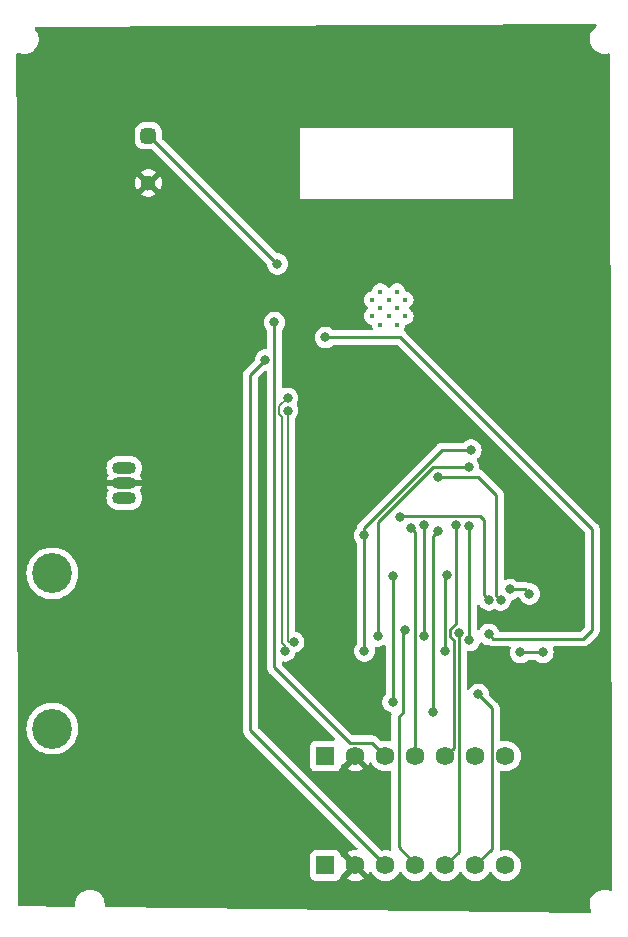
<source format=gbl>
G04 #@! TF.GenerationSoftware,KiCad,Pcbnew,7.0.10*
G04 #@! TF.CreationDate,2024-03-13T20:36:13-05:00*
G04 #@! TF.ProjectId,445_Left_Bicep,3434355f-4c65-4667-945f-42696365702e,rev?*
G04 #@! TF.SameCoordinates,Original*
G04 #@! TF.FileFunction,Copper,L2,Bot*
G04 #@! TF.FilePolarity,Positive*
%FSLAX46Y46*%
G04 Gerber Fmt 4.6, Leading zero omitted, Abs format (unit mm)*
G04 Created by KiCad (PCBNEW 7.0.10) date 2024-03-13 20:36:13*
%MOMM*%
%LPD*%
G01*
G04 APERTURE LIST*
G04 Aperture macros list*
%AMRoundRect*
0 Rectangle with rounded corners*
0 $1 Rounding radius*
0 $2 $3 $4 $5 $6 $7 $8 $9 X,Y pos of 4 corners*
0 Add a 4 corners polygon primitive as box body*
4,1,4,$2,$3,$4,$5,$6,$7,$8,$9,$2,$3,0*
0 Add four circle primitives for the rounded corners*
1,1,$1+$1,$2,$3*
1,1,$1+$1,$4,$5*
1,1,$1+$1,$6,$7*
1,1,$1+$1,$8,$9*
0 Add four rect primitives between the rounded corners*
20,1,$1+$1,$2,$3,$4,$5,0*
20,1,$1+$1,$4,$5,$6,$7,0*
20,1,$1+$1,$6,$7,$8,$9,0*
20,1,$1+$1,$8,$9,$2,$3,0*%
G04 Aperture macros list end*
G04 #@! TA.AperFunction,ComponentPad*
%ADD10C,0.400000*%
G04 #@! TD*
G04 #@! TA.AperFunction,ComponentPad*
%ADD11R,1.590000X1.590000*%
G04 #@! TD*
G04 #@! TA.AperFunction,ComponentPad*
%ADD12C,1.590000*%
G04 #@! TD*
G04 #@! TA.AperFunction,ComponentPad*
%ADD13O,2.032000X1.016000*%
G04 #@! TD*
G04 #@! TA.AperFunction,ComponentPad*
%ADD14RoundRect,0.325000X-0.325000X-0.325000X0.325000X-0.325000X0.325000X0.325000X-0.325000X0.325000X0*%
G04 #@! TD*
G04 #@! TA.AperFunction,ComponentPad*
%ADD15C,1.300000*%
G04 #@! TD*
G04 #@! TA.AperFunction,ComponentPad*
%ADD16C,3.376000*%
G04 #@! TD*
G04 #@! TA.AperFunction,ViaPad*
%ADD17C,0.800000*%
G04 #@! TD*
G04 #@! TA.AperFunction,Conductor*
%ADD18C,0.250000*%
G04 #@! TD*
G04 #@! TA.AperFunction,Conductor*
%ADD19C,0.200000*%
G04 #@! TD*
G04 APERTURE END LIST*
D10*
X135406000Y-81770000D03*
X134006000Y-81770000D03*
X136806000Y-81770000D03*
X134006000Y-83170000D03*
X135406000Y-83170000D03*
X136806000Y-83170000D03*
X134706000Y-81070000D03*
X136106000Y-81070000D03*
X134706000Y-82470000D03*
X136106000Y-82470000D03*
X134706000Y-83870000D03*
X136106000Y-83870000D03*
D11*
X130048000Y-129667000D03*
D12*
X132588000Y-129667000D03*
X135128000Y-129667000D03*
X137668000Y-129667000D03*
X140208000Y-129667000D03*
X142748000Y-129667000D03*
X145288000Y-129667000D03*
D13*
X113030000Y-96012000D03*
X113030000Y-97282000D03*
X113030000Y-98552000D03*
D11*
X130048000Y-120396000D03*
D12*
X132588000Y-120396000D03*
X135128000Y-120396000D03*
X137668000Y-120396000D03*
X140208000Y-120396000D03*
X142748000Y-120396000D03*
X145288000Y-120396000D03*
D14*
X115062000Y-67882000D03*
D15*
X115062000Y-71882000D03*
D16*
X106934000Y-104936000D03*
X106934000Y-118076000D03*
D17*
X148463000Y-111633000D03*
X146558000Y-111633000D03*
X138430000Y-100838000D03*
X138430000Y-110236000D03*
X142240000Y-100965000D03*
X142240000Y-110617000D03*
X140195305Y-111506000D03*
X140372000Y-105066000D03*
X142181153Y-95943847D03*
X134493000Y-110236000D03*
X125984000Y-78740000D03*
X125730000Y-83693000D03*
X137287000Y-101092000D03*
X141070000Y-100838000D03*
X139620000Y-101346000D03*
X139192000Y-116713000D03*
X135763000Y-115824000D03*
X135763000Y-105156000D03*
X127371232Y-110753768D03*
X126857660Y-91150000D03*
X126857660Y-90100000D03*
X126628768Y-111496232D03*
X124968000Y-86868000D03*
X136779000Y-109728000D03*
X141351000Y-109982000D03*
X143002000Y-115189000D03*
X136398000Y-100203000D03*
X143891000Y-107188000D03*
X130048000Y-84963000D03*
X143879000Y-110097000D03*
X144891003Y-107188000D03*
X139620000Y-96774000D03*
X147320000Y-106680000D03*
X145669000Y-106299000D03*
X133350000Y-111506000D03*
X133350000Y-101727000D03*
X142367000Y-94488000D03*
D18*
X112649000Y-96393000D02*
X113030000Y-96012000D01*
X146558000Y-111633000D02*
X148463000Y-111633000D01*
X132588000Y-129667000D02*
X132461000Y-129667000D01*
X138430000Y-100838000D02*
X138430000Y-110236000D01*
X142240000Y-100965000D02*
X142240000Y-110617000D01*
X140176000Y-105262000D02*
X140176000Y-111486695D01*
X140176000Y-111486695D02*
X140195305Y-111506000D01*
X140372000Y-105066000D02*
X140176000Y-105262000D01*
X134493000Y-110236000D02*
X134493000Y-100584000D01*
X139133153Y-95943847D02*
X142181153Y-95943847D01*
X134493000Y-100584000D02*
X139133153Y-95943847D01*
X115126000Y-67882000D02*
X126047500Y-78803500D01*
X115062000Y-67882000D02*
X115126000Y-67882000D01*
X126047500Y-78803500D02*
X125984000Y-78740000D01*
X132103000Y-119276000D02*
X134008000Y-119276000D01*
X125730000Y-83693000D02*
X125730000Y-112903000D01*
X125730000Y-112903000D02*
X132103000Y-119276000D01*
X134008000Y-119276000D02*
X135128000Y-120396000D01*
X137668000Y-101473000D02*
X137287000Y-101092000D01*
X137668000Y-120396000D02*
X137668000Y-101473000D01*
X140920305Y-119683695D02*
X140920305Y-110576610D01*
X140920305Y-110576610D02*
X140626000Y-110282305D01*
X141097000Y-100865000D02*
X141070000Y-100838000D01*
X141097000Y-109210695D02*
X141097000Y-100865000D01*
X140626000Y-109681695D02*
X141097000Y-109210695D01*
X140626000Y-110282305D02*
X140626000Y-109681695D01*
X140208000Y-120396000D02*
X140920305Y-119683695D01*
X139620000Y-101346000D02*
X139192000Y-101774000D01*
X139192000Y-101774000D02*
X139192000Y-116713000D01*
X135763000Y-115824000D02*
X135763000Y-105156000D01*
D19*
X126857660Y-91150000D02*
X126857660Y-110664461D01*
X126857660Y-110664461D02*
X126946967Y-110753768D01*
X126946967Y-110753768D02*
X127371232Y-110753768D01*
X126628768Y-111071967D02*
X126628768Y-111496232D01*
X126157660Y-90800000D02*
X126157660Y-91439950D01*
X126857660Y-90100000D02*
X126157660Y-90800000D01*
X126407660Y-110850859D02*
X126628768Y-111071967D01*
X126407660Y-91689950D02*
X126407660Y-110850859D01*
X126157660Y-91439950D02*
X126407660Y-91689950D01*
D18*
X135128000Y-129667000D02*
X123698000Y-118237000D01*
X123698000Y-88138000D02*
X124968000Y-86868000D01*
X123698000Y-118237000D02*
X123698000Y-88138000D01*
X137668000Y-129667000D02*
X137668000Y-129540000D01*
X136248000Y-117117000D02*
X136652000Y-116713000D01*
X136652000Y-109855000D02*
X136779000Y-109728000D01*
X136248000Y-128120000D02*
X136248000Y-117117000D01*
X136652000Y-116713000D02*
X136652000Y-109855000D01*
X137668000Y-129540000D02*
X136248000Y-128120000D01*
X141370305Y-110001305D02*
X141351000Y-109982000D01*
X140208000Y-129667000D02*
X141370305Y-128504695D01*
X141370305Y-128504695D02*
X141370305Y-110001305D01*
X144168000Y-116355000D02*
X143002000Y-115189000D01*
X144168000Y-128247000D02*
X144168000Y-116355000D01*
X142748000Y-129667000D02*
X144168000Y-128247000D01*
X136488000Y-100113000D02*
X136398000Y-100203000D01*
X143510000Y-106807000D02*
X143510000Y-100457000D01*
X143891000Y-107188000D02*
X143510000Y-106807000D01*
X143166000Y-100113000D02*
X136488000Y-100113000D01*
X143510000Y-100457000D02*
X143166000Y-100113000D01*
X152654000Y-101217604D02*
X136399396Y-84963000D01*
X152654000Y-109728000D02*
X152654000Y-101217604D01*
X151892000Y-110490000D02*
X152654000Y-109728000D01*
X136399396Y-84963000D02*
X130048000Y-84963000D01*
X144272000Y-110490000D02*
X151892000Y-110490000D01*
X143879000Y-110097000D02*
X144272000Y-110490000D01*
X144891003Y-107188000D02*
X144526000Y-106822997D01*
X144526000Y-98298000D02*
X143002000Y-96774000D01*
X144526000Y-106822997D02*
X144526000Y-98298000D01*
X143002000Y-96774000D02*
X139620000Y-96774000D01*
X145669000Y-106299000D02*
X146939000Y-106299000D01*
X146939000Y-106299000D02*
X147320000Y-106680000D01*
X139952604Y-94488000D02*
X142367000Y-94488000D01*
X133350000Y-101727000D02*
X133350000Y-111506000D01*
X133350000Y-101090604D02*
X139952604Y-94488000D01*
X133350000Y-101727000D02*
X133350000Y-101090604D01*
G04 #@! TA.AperFunction,Conductor*
G36*
X125023834Y-87799270D02*
G01*
X125079767Y-87841142D01*
X125104184Y-87906606D01*
X125104500Y-87915452D01*
X125104500Y-112820255D01*
X125102775Y-112835872D01*
X125103061Y-112835899D01*
X125102326Y-112843665D01*
X125104439Y-112910872D01*
X125104500Y-112914767D01*
X125104500Y-112942357D01*
X125105003Y-112946335D01*
X125105918Y-112957967D01*
X125107290Y-113001624D01*
X125107291Y-113001627D01*
X125112880Y-113020867D01*
X125116824Y-113039911D01*
X125119336Y-113059792D01*
X125135414Y-113100403D01*
X125139197Y-113111452D01*
X125151381Y-113153388D01*
X125161580Y-113170634D01*
X125170138Y-113188103D01*
X125177514Y-113206732D01*
X125203181Y-113242060D01*
X125209593Y-113251821D01*
X125231828Y-113289417D01*
X125231833Y-113289424D01*
X125245990Y-113303580D01*
X125258628Y-113318376D01*
X125270405Y-113334586D01*
X125270406Y-113334587D01*
X125304057Y-113362425D01*
X125312698Y-113370288D01*
X130831228Y-118888819D01*
X130864713Y-118950142D01*
X130859729Y-119019834D01*
X130817857Y-119075767D01*
X130752393Y-119100184D01*
X130743547Y-119100500D01*
X129205129Y-119100500D01*
X129205123Y-119100501D01*
X129145516Y-119106908D01*
X129010671Y-119157202D01*
X129010664Y-119157206D01*
X128895455Y-119243452D01*
X128895452Y-119243455D01*
X128809206Y-119358664D01*
X128809202Y-119358671D01*
X128758908Y-119493517D01*
X128752501Y-119553116D01*
X128752500Y-119553135D01*
X128752500Y-121238870D01*
X128752501Y-121238876D01*
X128758908Y-121298483D01*
X128809202Y-121433328D01*
X128809206Y-121433335D01*
X128895452Y-121548544D01*
X128895455Y-121548547D01*
X129010664Y-121634793D01*
X129010671Y-121634797D01*
X129145517Y-121685091D01*
X129145516Y-121685091D01*
X129152444Y-121685835D01*
X129205127Y-121691500D01*
X130890872Y-121691499D01*
X130950483Y-121685091D01*
X131085331Y-121634796D01*
X131200546Y-121548546D01*
X131286796Y-121433331D01*
X131337091Y-121298483D01*
X131343500Y-121238873D01*
X131343499Y-121238441D01*
X131343527Y-121238347D01*
X131343678Y-121235547D01*
X131344338Y-121235582D01*
X131363166Y-121171400D01*
X131415958Y-121125631D01*
X131478308Y-121114884D01*
X131512564Y-121117881D01*
X132078982Y-120551462D01*
X132083906Y-120575155D01*
X132150935Y-120704514D01*
X132250379Y-120810992D01*
X132374862Y-120886692D01*
X132434227Y-120903325D01*
X131866116Y-121471435D01*
X131866116Y-121471436D01*
X131938025Y-121521786D01*
X131938027Y-121521787D01*
X132143390Y-121617549D01*
X132143399Y-121617553D01*
X132362261Y-121676196D01*
X132362272Y-121676198D01*
X132587998Y-121695947D01*
X132588002Y-121695947D01*
X132813727Y-121676198D01*
X132813738Y-121676196D01*
X133032600Y-121617553D01*
X133032609Y-121617549D01*
X133237971Y-121521788D01*
X133309882Y-121471435D01*
X132744366Y-120905918D01*
X132865969Y-120853100D01*
X132978985Y-120761154D01*
X133063003Y-120642127D01*
X133095694Y-120550141D01*
X133663435Y-121117882D01*
X133713786Y-121045973D01*
X133745341Y-120978304D01*
X133791513Y-120925865D01*
X133858707Y-120906712D01*
X133925588Y-120926927D01*
X133970106Y-120978304D01*
X134001776Y-121046221D01*
X134001780Y-121046229D01*
X134131794Y-121231908D01*
X134131799Y-121231914D01*
X134292085Y-121392200D01*
X134292091Y-121392205D01*
X134477770Y-121522219D01*
X134477772Y-121522220D01*
X134477775Y-121522222D01*
X134548566Y-121555232D01*
X134683213Y-121618019D01*
X134683215Y-121618019D01*
X134683220Y-121618022D01*
X134902179Y-121676692D01*
X135082835Y-121692497D01*
X135127999Y-121696449D01*
X135128000Y-121696449D01*
X135128001Y-121696449D01*
X135165636Y-121693156D01*
X135353821Y-121676692D01*
X135466409Y-121646524D01*
X135536256Y-121648187D01*
X135594118Y-121687349D01*
X135621623Y-121751577D01*
X135622500Y-121766299D01*
X135622500Y-128037255D01*
X135620775Y-128052872D01*
X135621061Y-128052899D01*
X135620326Y-128060665D01*
X135622439Y-128127872D01*
X135622500Y-128131767D01*
X135622500Y-128159357D01*
X135623003Y-128163335D01*
X135623918Y-128174967D01*
X135625290Y-128218624D01*
X135625291Y-128218627D01*
X135630880Y-128237867D01*
X135634824Y-128256911D01*
X135637336Y-128276792D01*
X135638314Y-128284534D01*
X135635219Y-128284924D01*
X135633291Y-128340335D01*
X135593494Y-128397763D01*
X135528967Y-128424559D01*
X135483508Y-128421057D01*
X135353826Y-128386309D01*
X135353816Y-128386307D01*
X135128001Y-128366551D01*
X135127999Y-128366551D01*
X134902183Y-128386307D01*
X134902170Y-128386310D01*
X134837032Y-128403763D01*
X134767182Y-128402100D01*
X134717259Y-128371669D01*
X124359819Y-118014228D01*
X124326334Y-117952905D01*
X124323500Y-117926547D01*
X124323500Y-88448452D01*
X124343185Y-88381413D01*
X124359819Y-88360771D01*
X124631817Y-88088773D01*
X124892820Y-87827769D01*
X124954142Y-87794286D01*
X125023834Y-87799270D01*
G37*
G04 #@! TD.AperFunction*
G04 #@! TA.AperFunction,Conductor*
G36*
X152966400Y-58445881D02*
G01*
X153012424Y-58498450D01*
X153022722Y-58567557D01*
X152994022Y-58631260D01*
X152972781Y-58650856D01*
X152843924Y-58744476D01*
X152688366Y-58907176D01*
X152564363Y-59095033D01*
X152475899Y-59302004D01*
X152475895Y-59302017D01*
X152425810Y-59521457D01*
X152425808Y-59521468D01*
X152418217Y-59690500D01*
X152415710Y-59746330D01*
X152445925Y-59969387D01*
X152445926Y-59969390D01*
X152515483Y-60183465D01*
X152622146Y-60381678D01*
X152622148Y-60381681D01*
X152762489Y-60557663D01*
X152762491Y-60557664D01*
X152762492Y-60557666D01*
X152932004Y-60705765D01*
X153125236Y-60821215D01*
X153309342Y-60890311D01*
X153335976Y-60900307D01*
X153557450Y-60940500D01*
X153557453Y-60940500D01*
X153726148Y-60940500D01*
X153726155Y-60940500D01*
X153894188Y-60925377D01*
X154025375Y-60889171D01*
X154095235Y-60890311D01*
X154153389Y-60929039D01*
X154181373Y-60993059D01*
X154182364Y-61008493D01*
X154301559Y-131691167D01*
X154281987Y-131758239D01*
X154229261Y-131804083D01*
X154160119Y-131814143D01*
X154133989Y-131807469D01*
X154004025Y-131758692D01*
X153782550Y-131718500D01*
X153782547Y-131718500D01*
X153613845Y-131718500D01*
X153575399Y-131721960D01*
X153445813Y-131733622D01*
X153445807Y-131733623D01*
X153228839Y-131793503D01*
X153228826Y-131793508D01*
X153026033Y-131891167D01*
X153026025Y-131891171D01*
X152843927Y-132023473D01*
X152843925Y-132023474D01*
X152688366Y-132186176D01*
X152564363Y-132374033D01*
X152475899Y-132581004D01*
X152475895Y-132581017D01*
X152425810Y-132800457D01*
X152425808Y-132800468D01*
X152415786Y-133023636D01*
X152415710Y-133025330D01*
X152445925Y-133248387D01*
X152445926Y-133248390D01*
X152515484Y-133462466D01*
X152515485Y-133462469D01*
X152548961Y-133524679D01*
X152563395Y-133593042D01*
X152538577Y-133658355D01*
X152482388Y-133699883D01*
X152438201Y-133707428D01*
X111478950Y-133190266D01*
X111412165Y-133169737D01*
X111367080Y-133116359D01*
X111356641Y-133060712D01*
X111358186Y-133026311D01*
X111363290Y-132912670D01*
X111333075Y-132689613D01*
X111263517Y-132475536D01*
X111156852Y-132277319D01*
X111016508Y-132101334D01*
X110846996Y-131953235D01*
X110653764Y-131837785D01*
X110535775Y-131793503D01*
X110443023Y-131758692D01*
X110221550Y-131718500D01*
X110221547Y-131718500D01*
X110052845Y-131718500D01*
X110014399Y-131721960D01*
X109884813Y-131733622D01*
X109884807Y-131733623D01*
X109667839Y-131793503D01*
X109667826Y-131793508D01*
X109465033Y-131891167D01*
X109465025Y-131891171D01*
X109282927Y-132023473D01*
X109282925Y-132023474D01*
X109127366Y-132186176D01*
X109003363Y-132374033D01*
X108914899Y-132581004D01*
X108914895Y-132581017D01*
X108864810Y-132800457D01*
X108864808Y-132800468D01*
X108854710Y-133025330D01*
X108854740Y-133026009D01*
X108854665Y-133026311D01*
X108854460Y-133030893D01*
X108853550Y-133030852D01*
X108838075Y-133093862D01*
X108787372Y-133141934D01*
X108729298Y-133155548D01*
X104135225Y-133097543D01*
X104068440Y-133077014D01*
X104023355Y-133023636D01*
X104012791Y-132973765D01*
X104012687Y-132912673D01*
X103987368Y-118076000D01*
X104740386Y-118076000D01*
X104760816Y-118374697D01*
X104760817Y-118374699D01*
X104821727Y-118667818D01*
X104821732Y-118667835D01*
X104898035Y-118882530D01*
X104921992Y-118949938D01*
X105059734Y-119215767D01*
X105232389Y-119460363D01*
X105436742Y-119679172D01*
X105668986Y-119868117D01*
X105668988Y-119868118D01*
X105668989Y-119868119D01*
X105924796Y-120023678D01*
X106071697Y-120087486D01*
X106199403Y-120142957D01*
X106487696Y-120223733D01*
X106748460Y-120259573D01*
X106784301Y-120264500D01*
X106784302Y-120264500D01*
X107083699Y-120264500D01*
X107115675Y-120260104D01*
X107380304Y-120223733D01*
X107668597Y-120142957D01*
X107899676Y-120042584D01*
X107943203Y-120023678D01*
X107943205Y-120023677D01*
X108199014Y-119868117D01*
X108431258Y-119679172D01*
X108635611Y-119460363D01*
X108808266Y-119215767D01*
X108946008Y-118949938D01*
X109046269Y-118667830D01*
X109046270Y-118667823D01*
X109046272Y-118667818D01*
X109076552Y-118522103D01*
X109107183Y-118374697D01*
X109127614Y-118076000D01*
X109107183Y-117777303D01*
X109064966Y-117574144D01*
X109046272Y-117484181D01*
X109046267Y-117484164D01*
X108977335Y-117290208D01*
X108946008Y-117202062D01*
X108808266Y-116936233D01*
X108635611Y-116691637D01*
X108431258Y-116472828D01*
X108431251Y-116472823D01*
X108431250Y-116472821D01*
X108199010Y-116283880D01*
X107943203Y-116128321D01*
X107668600Y-116009044D01*
X107668598Y-116009043D01*
X107668597Y-116009043D01*
X107540497Y-115973151D01*
X107380309Y-115928268D01*
X107380305Y-115928267D01*
X107380304Y-115928267D01*
X107232001Y-115907883D01*
X107083699Y-115887500D01*
X107083698Y-115887500D01*
X106784302Y-115887500D01*
X106784301Y-115887500D01*
X106487696Y-115928267D01*
X106487690Y-115928268D01*
X106199399Y-116009044D01*
X105924796Y-116128321D01*
X105668989Y-116283880D01*
X105436749Y-116472821D01*
X105436743Y-116472826D01*
X105436742Y-116472828D01*
X105232389Y-116691637D01*
X105209192Y-116724500D01*
X105059734Y-116936232D01*
X104921991Y-117202063D01*
X104821732Y-117484164D01*
X104821727Y-117484181D01*
X104760817Y-117777300D01*
X104760816Y-117777302D01*
X104740386Y-118076000D01*
X103987368Y-118076000D01*
X103964945Y-104936000D01*
X104740386Y-104936000D01*
X104760816Y-105234697D01*
X104760817Y-105234699D01*
X104821727Y-105527818D01*
X104821732Y-105527835D01*
X104921991Y-105809936D01*
X104921992Y-105809938D01*
X105059734Y-106075767D01*
X105232389Y-106320363D01*
X105436742Y-106539172D01*
X105668986Y-106728117D01*
X105668988Y-106728118D01*
X105668989Y-106728119D01*
X105924796Y-106883678D01*
X106048106Y-106937239D01*
X106199403Y-107002957D01*
X106487696Y-107083733D01*
X106748460Y-107119573D01*
X106784301Y-107124500D01*
X106784302Y-107124500D01*
X107083699Y-107124500D01*
X107115675Y-107120104D01*
X107380304Y-107083733D01*
X107668597Y-107002957D01*
X107943205Y-106883677D01*
X108199014Y-106728117D01*
X108431258Y-106539172D01*
X108635611Y-106320363D01*
X108808266Y-106075767D01*
X108946008Y-105809938D01*
X109046269Y-105527830D01*
X109046270Y-105527823D01*
X109046272Y-105527818D01*
X109082653Y-105352742D01*
X109107183Y-105234697D01*
X109127614Y-104936000D01*
X109107183Y-104637303D01*
X109075142Y-104483112D01*
X109046272Y-104344181D01*
X109046267Y-104344164D01*
X108996757Y-104204856D01*
X108946008Y-104062062D01*
X108808266Y-103796233D01*
X108635611Y-103551637D01*
X108431258Y-103332828D01*
X108431251Y-103332823D01*
X108431250Y-103332821D01*
X108199010Y-103143880D01*
X107943203Y-102988321D01*
X107668600Y-102869044D01*
X107668598Y-102869043D01*
X107668597Y-102869043D01*
X107586575Y-102846061D01*
X107380309Y-102788268D01*
X107380305Y-102788267D01*
X107380304Y-102788267D01*
X107232001Y-102767883D01*
X107083699Y-102747500D01*
X107083698Y-102747500D01*
X106784302Y-102747500D01*
X106784301Y-102747500D01*
X106487696Y-102788267D01*
X106487690Y-102788268D01*
X106199399Y-102869044D01*
X105924796Y-102988321D01*
X105668989Y-103143880D01*
X105436749Y-103332821D01*
X105232390Y-103551636D01*
X105059734Y-103796232D01*
X104921991Y-104062063D01*
X104821732Y-104344164D01*
X104821727Y-104344181D01*
X104760817Y-104637300D01*
X104760816Y-104637302D01*
X104740386Y-104936000D01*
X103964945Y-104936000D01*
X103954051Y-98552000D01*
X111508620Y-98552000D01*
X111528091Y-98749699D01*
X111585760Y-98939808D01*
X111679401Y-99114998D01*
X111679405Y-99115005D01*
X111805431Y-99268568D01*
X111958994Y-99394594D01*
X111959001Y-99394598D01*
X112134191Y-99488239D01*
X112134193Y-99488239D01*
X112134196Y-99488241D01*
X112324299Y-99545908D01*
X112324298Y-99545908D01*
X112361337Y-99549556D01*
X112472453Y-99560500D01*
X112472456Y-99560500D01*
X113587544Y-99560500D01*
X113587547Y-99560500D01*
X113735701Y-99545908D01*
X113925804Y-99488241D01*
X113927191Y-99487500D01*
X114055628Y-99418849D01*
X114101004Y-99394595D01*
X114254568Y-99268568D01*
X114380595Y-99115004D01*
X114474241Y-98939804D01*
X114531908Y-98749701D01*
X114551380Y-98552000D01*
X114531908Y-98354299D01*
X114474241Y-98164196D01*
X114474239Y-98164193D01*
X114474239Y-98164191D01*
X114380594Y-97988993D01*
X114378217Y-97985436D01*
X114357339Y-97918759D01*
X114375824Y-97851379D01*
X114378224Y-97847644D01*
X114380182Y-97844713D01*
X114473774Y-97669615D01*
X114515519Y-97532000D01*
X113379607Y-97532000D01*
X113439238Y-97414969D01*
X113460298Y-97282000D01*
X113439238Y-97149031D01*
X113379607Y-97032000D01*
X114515519Y-97032000D01*
X114515519Y-97031999D01*
X114473774Y-96894384D01*
X114380180Y-96719283D01*
X114378220Y-96716349D01*
X114377664Y-96714576D01*
X114377305Y-96713903D01*
X114377432Y-96713834D01*
X114357339Y-96649672D01*
X114375820Y-96582291D01*
X114378224Y-96578552D01*
X114380589Y-96575010D01*
X114380595Y-96575004D01*
X114474241Y-96399804D01*
X114531908Y-96209701D01*
X114551380Y-96012000D01*
X114531908Y-95814299D01*
X114474241Y-95624196D01*
X114474239Y-95624193D01*
X114474239Y-95624191D01*
X114380598Y-95449001D01*
X114380594Y-95448994D01*
X114254568Y-95295431D01*
X114101005Y-95169405D01*
X114100998Y-95169401D01*
X113925808Y-95075760D01*
X113830752Y-95046925D01*
X113735701Y-95018092D01*
X113735699Y-95018091D01*
X113735701Y-95018091D01*
X113621336Y-95006827D01*
X113587547Y-95003500D01*
X112472453Y-95003500D01*
X112435883Y-95007101D01*
X112324300Y-95018091D01*
X112134191Y-95075760D01*
X111959001Y-95169401D01*
X111958994Y-95169405D01*
X111805431Y-95295431D01*
X111679405Y-95448994D01*
X111679401Y-95449001D01*
X111585760Y-95624191D01*
X111528091Y-95814300D01*
X111508620Y-96012000D01*
X111528091Y-96209699D01*
X111585760Y-96399808D01*
X111679400Y-96574995D01*
X111679405Y-96575004D01*
X111679410Y-96575010D01*
X111681780Y-96578557D01*
X111702661Y-96645233D01*
X111684180Y-96712615D01*
X111681784Y-96716343D01*
X111679820Y-96719281D01*
X111586225Y-96894384D01*
X111544480Y-97031999D01*
X111544481Y-97032000D01*
X112680393Y-97032000D01*
X112620762Y-97149031D01*
X112599702Y-97282000D01*
X112620762Y-97414969D01*
X112680393Y-97532000D01*
X111544480Y-97532000D01*
X111586225Y-97669615D01*
X111679820Y-97844718D01*
X111681781Y-97847653D01*
X111682335Y-97849425D01*
X111682695Y-97850097D01*
X111682567Y-97850165D01*
X111702660Y-97914330D01*
X111684177Y-97981711D01*
X111681788Y-97985428D01*
X111679405Y-97988994D01*
X111585760Y-98164191D01*
X111528091Y-98354300D01*
X111508620Y-98552000D01*
X103954051Y-98552000D01*
X103936246Y-88118195D01*
X123067840Y-88118195D01*
X123071950Y-88161674D01*
X123072500Y-88173343D01*
X123072500Y-118154255D01*
X123070775Y-118169872D01*
X123071061Y-118169899D01*
X123070326Y-118177665D01*
X123072439Y-118244872D01*
X123072500Y-118248767D01*
X123072500Y-118276357D01*
X123073003Y-118280335D01*
X123073918Y-118291967D01*
X123075290Y-118335624D01*
X123075291Y-118335627D01*
X123080880Y-118354867D01*
X123084824Y-118373911D01*
X123087336Y-118393792D01*
X123103414Y-118434403D01*
X123107197Y-118445452D01*
X123119381Y-118487388D01*
X123129580Y-118504634D01*
X123138138Y-118522103D01*
X123145514Y-118540732D01*
X123171181Y-118576060D01*
X123177593Y-118585821D01*
X123199828Y-118623417D01*
X123199833Y-118623424D01*
X123213990Y-118637580D01*
X123226628Y-118652376D01*
X123238405Y-118668586D01*
X123238406Y-118668587D01*
X123272057Y-118696425D01*
X123280698Y-118704288D01*
X132736640Y-128160231D01*
X132770125Y-128221554D01*
X132765141Y-128291246D01*
X132723269Y-128347179D01*
X132657805Y-128371596D01*
X132638153Y-128371440D01*
X132588004Y-128367053D01*
X132587998Y-128367053D01*
X132362272Y-128386801D01*
X132362261Y-128386803D01*
X132143399Y-128445446D01*
X132143390Y-128445450D01*
X131938027Y-128541212D01*
X131938025Y-128541213D01*
X131866117Y-128591563D01*
X131866117Y-128591564D01*
X132431633Y-129157080D01*
X132310031Y-129209900D01*
X132197015Y-129301846D01*
X132112997Y-129420873D01*
X132080305Y-129512858D01*
X131512563Y-128945116D01*
X131478305Y-128948114D01*
X131409805Y-128934347D01*
X131359623Y-128885731D01*
X131344242Y-128827405D01*
X131343900Y-128827423D01*
X131343854Y-128827429D01*
X131343853Y-128827426D01*
X131343676Y-128827436D01*
X131343529Y-128824702D01*
X131343499Y-128824586D01*
X131343499Y-128824129D01*
X131343498Y-128824123D01*
X131343497Y-128824116D01*
X131337091Y-128764517D01*
X131302136Y-128670799D01*
X131286797Y-128629671D01*
X131286793Y-128629664D01*
X131200547Y-128514455D01*
X131200544Y-128514452D01*
X131085335Y-128428206D01*
X131085328Y-128428202D01*
X130950482Y-128377908D01*
X130950483Y-128377908D01*
X130890883Y-128371501D01*
X130890881Y-128371500D01*
X130890873Y-128371500D01*
X130890864Y-128371500D01*
X129205129Y-128371500D01*
X129205123Y-128371501D01*
X129145516Y-128377908D01*
X129010671Y-128428202D01*
X129010664Y-128428206D01*
X128895455Y-128514452D01*
X128895452Y-128514455D01*
X128809206Y-128629664D01*
X128809202Y-128629671D01*
X128758908Y-128764517D01*
X128752501Y-128824116D01*
X128752501Y-128824123D01*
X128752500Y-128824135D01*
X128752500Y-130509870D01*
X128752501Y-130509876D01*
X128758908Y-130569483D01*
X128809202Y-130704328D01*
X128809206Y-130704335D01*
X128895452Y-130819544D01*
X128895455Y-130819547D01*
X129010664Y-130905793D01*
X129010671Y-130905797D01*
X129145517Y-130956091D01*
X129145516Y-130956091D01*
X129152444Y-130956835D01*
X129205127Y-130962500D01*
X130890872Y-130962499D01*
X130950483Y-130956091D01*
X131085331Y-130905796D01*
X131200546Y-130819546D01*
X131286796Y-130704331D01*
X131337091Y-130569483D01*
X131343500Y-130509873D01*
X131343499Y-130509441D01*
X131343527Y-130509347D01*
X131343678Y-130506547D01*
X131344338Y-130506582D01*
X131363166Y-130442400D01*
X131415958Y-130396631D01*
X131478308Y-130385884D01*
X131512564Y-130388881D01*
X132078982Y-129822463D01*
X132083906Y-129846155D01*
X132150935Y-129975514D01*
X132250379Y-130081992D01*
X132374862Y-130157692D01*
X132434227Y-130174325D01*
X131866116Y-130742435D01*
X131866116Y-130742436D01*
X131938025Y-130792786D01*
X131938027Y-130792787D01*
X132143390Y-130888549D01*
X132143399Y-130888553D01*
X132362261Y-130947196D01*
X132362272Y-130947198D01*
X132587998Y-130966947D01*
X132588002Y-130966947D01*
X132813727Y-130947198D01*
X132813738Y-130947196D01*
X133032600Y-130888553D01*
X133032609Y-130888549D01*
X133237971Y-130792788D01*
X133309882Y-130742435D01*
X132744366Y-130176918D01*
X132865969Y-130124100D01*
X132978985Y-130032154D01*
X133063003Y-129913127D01*
X133095694Y-129821141D01*
X133663435Y-130388882D01*
X133713786Y-130316973D01*
X133745341Y-130249304D01*
X133791513Y-130196865D01*
X133858707Y-130177712D01*
X133925588Y-130197927D01*
X133970106Y-130249304D01*
X134001776Y-130317221D01*
X134001780Y-130317229D01*
X134131794Y-130502908D01*
X134131799Y-130502914D01*
X134292085Y-130663200D01*
X134292091Y-130663205D01*
X134477770Y-130793219D01*
X134477772Y-130793220D01*
X134477775Y-130793222D01*
X134601375Y-130850857D01*
X134683213Y-130889019D01*
X134683215Y-130889019D01*
X134683220Y-130889022D01*
X134902179Y-130947692D01*
X135082835Y-130963497D01*
X135127999Y-130967449D01*
X135128000Y-130967449D01*
X135128001Y-130967449D01*
X135165636Y-130964156D01*
X135353821Y-130947692D01*
X135572780Y-130889022D01*
X135778225Y-130793222D01*
X135963913Y-130663202D01*
X136124202Y-130502913D01*
X136254222Y-130317225D01*
X136285618Y-130249896D01*
X136331790Y-130197456D01*
X136398983Y-130178304D01*
X136465865Y-130198520D01*
X136510382Y-130249896D01*
X136541776Y-130317221D01*
X136541780Y-130317229D01*
X136671794Y-130502908D01*
X136671799Y-130502914D01*
X136832085Y-130663200D01*
X136832091Y-130663205D01*
X137017770Y-130793219D01*
X137017772Y-130793220D01*
X137017775Y-130793222D01*
X137141375Y-130850857D01*
X137223213Y-130889019D01*
X137223215Y-130889019D01*
X137223220Y-130889022D01*
X137442179Y-130947692D01*
X137622835Y-130963497D01*
X137667999Y-130967449D01*
X137668000Y-130967449D01*
X137668001Y-130967449D01*
X137705636Y-130964156D01*
X137893821Y-130947692D01*
X138112780Y-130889022D01*
X138318225Y-130793222D01*
X138503913Y-130663202D01*
X138664202Y-130502913D01*
X138794222Y-130317225D01*
X138825618Y-130249896D01*
X138871790Y-130197456D01*
X138938983Y-130178304D01*
X139005865Y-130198520D01*
X139050382Y-130249896D01*
X139081776Y-130317221D01*
X139081780Y-130317229D01*
X139211794Y-130502908D01*
X139211799Y-130502914D01*
X139372085Y-130663200D01*
X139372091Y-130663205D01*
X139557770Y-130793219D01*
X139557772Y-130793220D01*
X139557775Y-130793222D01*
X139681375Y-130850857D01*
X139763213Y-130889019D01*
X139763215Y-130889019D01*
X139763220Y-130889022D01*
X139982179Y-130947692D01*
X140162835Y-130963497D01*
X140207999Y-130967449D01*
X140208000Y-130967449D01*
X140208001Y-130967449D01*
X140245636Y-130964156D01*
X140433821Y-130947692D01*
X140652780Y-130889022D01*
X140858225Y-130793222D01*
X141043913Y-130663202D01*
X141204202Y-130502913D01*
X141334222Y-130317225D01*
X141365618Y-130249896D01*
X141411790Y-130197456D01*
X141478983Y-130178304D01*
X141545865Y-130198520D01*
X141590382Y-130249896D01*
X141621776Y-130317221D01*
X141621780Y-130317229D01*
X141751794Y-130502908D01*
X141751799Y-130502914D01*
X141912085Y-130663200D01*
X141912091Y-130663205D01*
X142097770Y-130793219D01*
X142097772Y-130793220D01*
X142097775Y-130793222D01*
X142221375Y-130850857D01*
X142303213Y-130889019D01*
X142303215Y-130889019D01*
X142303220Y-130889022D01*
X142522179Y-130947692D01*
X142702835Y-130963497D01*
X142747999Y-130967449D01*
X142748000Y-130967449D01*
X142748001Y-130967449D01*
X142785636Y-130964156D01*
X142973821Y-130947692D01*
X143192780Y-130889022D01*
X143398225Y-130793222D01*
X143583913Y-130663202D01*
X143744202Y-130502913D01*
X143874222Y-130317225D01*
X143905618Y-130249896D01*
X143951790Y-130197456D01*
X144018983Y-130178304D01*
X144085865Y-130198520D01*
X144130382Y-130249896D01*
X144161776Y-130317221D01*
X144161780Y-130317229D01*
X144291794Y-130502908D01*
X144291799Y-130502914D01*
X144452085Y-130663200D01*
X144452091Y-130663205D01*
X144637770Y-130793219D01*
X144637772Y-130793220D01*
X144637775Y-130793222D01*
X144761375Y-130850857D01*
X144843213Y-130889019D01*
X144843215Y-130889019D01*
X144843220Y-130889022D01*
X145062179Y-130947692D01*
X145242835Y-130963497D01*
X145287999Y-130967449D01*
X145288000Y-130967449D01*
X145288001Y-130967449D01*
X145325636Y-130964156D01*
X145513821Y-130947692D01*
X145732780Y-130889022D01*
X145938225Y-130793222D01*
X146123913Y-130663202D01*
X146284202Y-130502913D01*
X146414222Y-130317225D01*
X146510022Y-130111780D01*
X146568692Y-129892821D01*
X146588449Y-129667000D01*
X146568692Y-129441179D01*
X146510022Y-129222220D01*
X146414222Y-129016776D01*
X146284202Y-128831087D01*
X146123913Y-128670798D01*
X146123909Y-128670795D01*
X146123908Y-128670794D01*
X145938229Y-128540780D01*
X145938221Y-128540776D01*
X145732786Y-128444980D01*
X145732772Y-128444975D01*
X145513826Y-128386309D01*
X145513816Y-128386307D01*
X145288001Y-128366551D01*
X145287999Y-128366551D01*
X145062183Y-128386307D01*
X145062170Y-128386310D01*
X144951127Y-128416063D01*
X144881278Y-128414400D01*
X144823415Y-128375237D01*
X144795912Y-128311008D01*
X144796562Y-128276887D01*
X144798160Y-128266804D01*
X144794050Y-128223324D01*
X144793500Y-128211655D01*
X144793500Y-121766299D01*
X144813185Y-121699260D01*
X144865989Y-121653505D01*
X144935147Y-121643561D01*
X144949579Y-121646521D01*
X145062179Y-121676692D01*
X145242835Y-121692497D01*
X145287999Y-121696449D01*
X145288000Y-121696449D01*
X145288001Y-121696449D01*
X145325636Y-121693156D01*
X145513821Y-121676692D01*
X145732780Y-121618022D01*
X145938225Y-121522222D01*
X146123913Y-121392202D01*
X146284202Y-121231913D01*
X146414222Y-121046225D01*
X146510022Y-120840780D01*
X146568692Y-120621821D01*
X146588449Y-120396000D01*
X146568692Y-120170179D01*
X146510022Y-119951220D01*
X146414222Y-119745776D01*
X146284202Y-119560087D01*
X146123913Y-119399798D01*
X146123909Y-119399795D01*
X146123908Y-119399794D01*
X145938229Y-119269780D01*
X145938221Y-119269776D01*
X145732786Y-119173980D01*
X145732772Y-119173975D01*
X145513826Y-119115309D01*
X145513816Y-119115307D01*
X145288001Y-119095551D01*
X145287999Y-119095551D01*
X145062183Y-119115307D01*
X145062173Y-119115309D01*
X144949593Y-119145475D01*
X144879743Y-119143812D01*
X144821881Y-119104649D01*
X144794377Y-119040421D01*
X144793500Y-119025700D01*
X144793500Y-116437742D01*
X144795224Y-116422122D01*
X144794939Y-116422096D01*
X144795671Y-116414340D01*
X144795673Y-116414333D01*
X144793561Y-116347126D01*
X144793500Y-116343231D01*
X144793500Y-116315654D01*
X144793500Y-116315650D01*
X144792996Y-116311665D01*
X144792080Y-116300021D01*
X144791573Y-116283880D01*
X144790709Y-116256373D01*
X144785122Y-116237144D01*
X144781174Y-116218084D01*
X144778663Y-116198204D01*
X144762588Y-116157604D01*
X144758804Y-116146552D01*
X144746618Y-116104609D01*
X144746616Y-116104606D01*
X144736423Y-116087371D01*
X144727861Y-116069894D01*
X144720487Y-116051269D01*
X144694816Y-116015937D01*
X144688405Y-116006177D01*
X144668873Y-115973151D01*
X144666172Y-115968583D01*
X144666165Y-115968574D01*
X144652006Y-115954415D01*
X144639368Y-115939619D01*
X144631121Y-115928268D01*
X144627594Y-115923413D01*
X144593940Y-115895572D01*
X144585299Y-115887709D01*
X143940960Y-115243369D01*
X143907475Y-115182046D01*
X143905323Y-115168668D01*
X143887674Y-115000744D01*
X143829179Y-114820716D01*
X143734533Y-114656784D01*
X143607871Y-114516112D01*
X143607870Y-114516111D01*
X143454734Y-114404851D01*
X143454729Y-114404848D01*
X143281807Y-114327857D01*
X143281802Y-114327855D01*
X143136001Y-114296865D01*
X143096646Y-114288500D01*
X142907354Y-114288500D01*
X142874897Y-114295398D01*
X142722197Y-114327855D01*
X142722192Y-114327857D01*
X142549270Y-114404848D01*
X142549265Y-114404851D01*
X142396129Y-114516111D01*
X142269465Y-114656785D01*
X142227192Y-114730006D01*
X142176625Y-114778222D01*
X142108018Y-114791445D01*
X142043153Y-114765477D01*
X142002625Y-114708563D01*
X141995805Y-114668006D01*
X141995805Y-111638839D01*
X142015490Y-111571800D01*
X142068294Y-111526045D01*
X142137452Y-111516101D01*
X142145250Y-111517489D01*
X142145353Y-111517500D01*
X142145354Y-111517500D01*
X142334644Y-111517500D01*
X142334646Y-111517500D01*
X142519803Y-111478144D01*
X142692730Y-111401151D01*
X142845871Y-111289888D01*
X142972533Y-111149216D01*
X143067179Y-110985284D01*
X143110392Y-110852287D01*
X143149829Y-110794613D01*
X143214188Y-110767414D01*
X143283034Y-110779328D01*
X143301199Y-110790281D01*
X143390155Y-110854912D01*
X143426270Y-110881151D01*
X143599192Y-110958142D01*
X143599197Y-110958144D01*
X143784354Y-110997500D01*
X143863265Y-110997500D01*
X143930304Y-111017185D01*
X143939260Y-111023516D01*
X143951064Y-111032673D01*
X143980803Y-111045542D01*
X143991152Y-111050021D01*
X144001641Y-111055160D01*
X144013212Y-111061521D01*
X144039908Y-111076197D01*
X144052523Y-111079435D01*
X144059305Y-111081177D01*
X144077719Y-111087481D01*
X144096104Y-111095438D01*
X144139261Y-111102273D01*
X144150656Y-111104632D01*
X144192981Y-111115500D01*
X144213016Y-111115500D01*
X144232413Y-111117026D01*
X144252196Y-111120160D01*
X144295675Y-111116050D01*
X144307344Y-111115500D01*
X145608633Y-111115500D01*
X145675672Y-111135185D01*
X145721427Y-111187989D01*
X145731371Y-111257147D01*
X145726564Y-111277816D01*
X145672326Y-111444744D01*
X145652540Y-111633000D01*
X145672326Y-111821256D01*
X145672327Y-111821259D01*
X145730818Y-112001277D01*
X145730821Y-112001284D01*
X145825467Y-112165216D01*
X145929164Y-112280383D01*
X145952129Y-112305888D01*
X146105265Y-112417148D01*
X146105270Y-112417151D01*
X146278192Y-112494142D01*
X146278197Y-112494144D01*
X146463354Y-112533500D01*
X146463355Y-112533500D01*
X146652644Y-112533500D01*
X146652646Y-112533500D01*
X146837803Y-112494144D01*
X147010730Y-112417151D01*
X147163871Y-112305888D01*
X147166788Y-112302647D01*
X147169600Y-112299526D01*
X147229087Y-112262879D01*
X147261748Y-112258500D01*
X147759252Y-112258500D01*
X147826291Y-112278185D01*
X147851400Y-112299526D01*
X147857126Y-112305885D01*
X147857130Y-112305889D01*
X148010265Y-112417148D01*
X148010270Y-112417151D01*
X148183192Y-112494142D01*
X148183197Y-112494144D01*
X148368354Y-112533500D01*
X148368355Y-112533500D01*
X148557644Y-112533500D01*
X148557646Y-112533500D01*
X148742803Y-112494144D01*
X148915730Y-112417151D01*
X149068871Y-112305888D01*
X149195533Y-112165216D01*
X149290179Y-112001284D01*
X149348674Y-111821256D01*
X149368460Y-111633000D01*
X149348674Y-111444744D01*
X149294435Y-111277817D01*
X149292441Y-111207977D01*
X149328521Y-111148144D01*
X149391222Y-111117316D01*
X149412367Y-111115500D01*
X151809257Y-111115500D01*
X151824877Y-111117224D01*
X151824904Y-111116939D01*
X151832660Y-111117671D01*
X151832667Y-111117673D01*
X151899873Y-111115561D01*
X151903768Y-111115500D01*
X151931346Y-111115500D01*
X151931350Y-111115500D01*
X151935324Y-111114997D01*
X151946963Y-111114080D01*
X151990627Y-111112709D01*
X152009869Y-111107117D01*
X152028912Y-111103174D01*
X152048792Y-111100664D01*
X152089401Y-111084585D01*
X152100444Y-111080803D01*
X152142390Y-111068618D01*
X152159629Y-111058422D01*
X152177103Y-111049862D01*
X152195727Y-111042488D01*
X152195727Y-111042487D01*
X152195732Y-111042486D01*
X152231083Y-111016800D01*
X152240814Y-111010408D01*
X152278420Y-110988170D01*
X152292589Y-110973999D01*
X152307379Y-110961368D01*
X152323587Y-110949594D01*
X152351438Y-110915926D01*
X152359279Y-110907309D01*
X153037786Y-110228802D01*
X153050048Y-110218980D01*
X153049865Y-110218759D01*
X153055868Y-110213791D01*
X153055877Y-110213786D01*
X153101934Y-110164739D01*
X153104582Y-110162006D01*
X153124120Y-110142470D01*
X153126570Y-110139310D01*
X153134154Y-110130429D01*
X153164062Y-110098582D01*
X153173714Y-110081023D01*
X153184389Y-110064772D01*
X153196674Y-110048936D01*
X153214030Y-110008825D01*
X153219161Y-109998354D01*
X153240194Y-109960098D01*
X153240194Y-109960097D01*
X153240197Y-109960092D01*
X153245180Y-109940680D01*
X153251477Y-109922291D01*
X153259438Y-109903895D01*
X153266270Y-109860748D01*
X153268639Y-109849316D01*
X153279499Y-109807022D01*
X153279500Y-109807017D01*
X153279500Y-109786983D01*
X153281027Y-109767582D01*
X153284160Y-109747804D01*
X153280050Y-109704324D01*
X153279500Y-109692655D01*
X153279500Y-101300341D01*
X153281224Y-101284727D01*
X153280938Y-101284700D01*
X153281672Y-101276937D01*
X153279561Y-101209747D01*
X153279500Y-101205853D01*
X153279500Y-101178255D01*
X153279500Y-101178254D01*
X153278997Y-101174274D01*
X153278080Y-101162625D01*
X153276709Y-101118978D01*
X153276709Y-101118976D01*
X153271120Y-101099741D01*
X153267174Y-101080688D01*
X153265925Y-101070800D01*
X153264664Y-101060812D01*
X153248578Y-101020185D01*
X153244803Y-101009158D01*
X153232617Y-100967214D01*
X153230493Y-100963622D01*
X153222421Y-100949973D01*
X153213860Y-100932497D01*
X153206486Y-100913873D01*
X153206485Y-100913871D01*
X153187226Y-100887363D01*
X153180809Y-100878530D01*
X153174412Y-100868794D01*
X153152170Y-100831183D01*
X153152167Y-100831180D01*
X153152165Y-100831177D01*
X153138005Y-100817017D01*
X153125370Y-100802224D01*
X153113593Y-100786016D01*
X153079945Y-100758180D01*
X153071304Y-100750317D01*
X136900199Y-84579212D01*
X136890376Y-84566950D01*
X136890155Y-84567134D01*
X136885182Y-84561122D01*
X136836172Y-84515099D01*
X136833373Y-84512386D01*
X136813873Y-84492885D01*
X136813867Y-84492880D01*
X136810682Y-84490409D01*
X136801830Y-84482848D01*
X136769978Y-84452938D01*
X136769976Y-84452936D01*
X136769973Y-84452935D01*
X136752425Y-84443288D01*
X136736159Y-84432604D01*
X136719860Y-84419961D01*
X136678953Y-84363318D01*
X136675164Y-84293551D01*
X136693809Y-84251545D01*
X136730818Y-84197930D01*
X136791140Y-84038872D01*
X136798815Y-83975657D01*
X136826436Y-83911481D01*
X136884370Y-83872424D01*
X136892211Y-83870215D01*
X137056225Y-83829790D01*
X137206849Y-83750736D01*
X137206850Y-83750734D01*
X137206852Y-83750734D01*
X137334183Y-83637929D01*
X137430818Y-83497930D01*
X137491140Y-83338872D01*
X137511645Y-83170000D01*
X137491140Y-83001128D01*
X137430818Y-82842070D01*
X137423768Y-82831857D01*
X137396476Y-82792318D01*
X137334183Y-82702071D01*
X137206852Y-82589266D01*
X137188809Y-82579796D01*
X137138597Y-82531212D01*
X137122622Y-82463194D01*
X137145957Y-82397336D01*
X137188809Y-82360203D01*
X137206852Y-82350734D01*
X137334183Y-82237929D01*
X137430818Y-82097930D01*
X137491140Y-81938872D01*
X137511645Y-81770000D01*
X137491140Y-81601128D01*
X137430818Y-81442070D01*
X137334183Y-81302071D01*
X137206852Y-81189266D01*
X137206849Y-81189263D01*
X137056226Y-81110210D01*
X136956715Y-81085683D01*
X136892235Y-81069790D01*
X136831856Y-81034635D01*
X136800067Y-80972416D01*
X136798816Y-80964349D01*
X136791140Y-80901128D01*
X136730818Y-80742070D01*
X136634183Y-80602071D01*
X136506852Y-80489266D01*
X136506849Y-80489263D01*
X136356226Y-80410210D01*
X136191056Y-80369500D01*
X136020944Y-80369500D01*
X135855773Y-80410210D01*
X135705150Y-80489263D01*
X135577818Y-80602070D01*
X135577817Y-80602071D01*
X135508048Y-80703146D01*
X135453767Y-80747136D01*
X135384318Y-80754795D01*
X135321753Y-80723691D01*
X135303952Y-80703148D01*
X135234183Y-80602071D01*
X135106852Y-80489266D01*
X135106849Y-80489263D01*
X134956226Y-80410210D01*
X134791056Y-80369500D01*
X134620944Y-80369500D01*
X134455773Y-80410210D01*
X134305150Y-80489263D01*
X134177816Y-80602072D01*
X134081182Y-80742068D01*
X134020860Y-80901125D01*
X134020859Y-80901130D01*
X134013184Y-80964342D01*
X133985562Y-81028519D01*
X133927627Y-81067575D01*
X133919763Y-81069791D01*
X133755773Y-81110210D01*
X133605150Y-81189263D01*
X133477816Y-81302072D01*
X133381182Y-81442068D01*
X133320860Y-81601125D01*
X133320859Y-81601130D01*
X133300355Y-81770000D01*
X133320859Y-81938869D01*
X133320860Y-81938874D01*
X133381182Y-82097931D01*
X133443475Y-82188177D01*
X133477817Y-82237929D01*
X133605148Y-82350734D01*
X133618194Y-82357581D01*
X133623191Y-82360204D01*
X133673403Y-82408789D01*
X133689377Y-82476808D01*
X133666041Y-82542666D01*
X133623191Y-82579796D01*
X133605149Y-82589265D01*
X133477816Y-82702072D01*
X133381182Y-82842068D01*
X133320860Y-83001125D01*
X133320859Y-83001130D01*
X133300355Y-83170000D01*
X133320859Y-83338869D01*
X133320860Y-83338874D01*
X133381182Y-83497931D01*
X133385885Y-83504744D01*
X133477817Y-83637929D01*
X133539980Y-83693000D01*
X133605150Y-83750736D01*
X133755774Y-83829790D01*
X133755773Y-83829790D01*
X133825478Y-83846970D01*
X133919763Y-83870209D01*
X133980143Y-83905364D01*
X134011932Y-83967583D01*
X134013184Y-83975658D01*
X134020859Y-84038868D01*
X134020861Y-84038877D01*
X134070411Y-84169530D01*
X134075778Y-84239193D01*
X134042630Y-84300699D01*
X133981492Y-84334520D01*
X133954469Y-84337500D01*
X130751748Y-84337500D01*
X130684709Y-84317815D01*
X130659600Y-84296474D01*
X130653873Y-84290114D01*
X130653869Y-84290110D01*
X130500734Y-84178851D01*
X130500729Y-84178848D01*
X130327807Y-84101857D01*
X130327802Y-84101855D01*
X130182001Y-84070865D01*
X130142646Y-84062500D01*
X129953354Y-84062500D01*
X129920897Y-84069398D01*
X129768197Y-84101855D01*
X129768192Y-84101857D01*
X129595270Y-84178848D01*
X129595265Y-84178851D01*
X129442129Y-84290111D01*
X129315466Y-84430785D01*
X129220821Y-84594715D01*
X129220818Y-84594722D01*
X129162327Y-84774740D01*
X129162326Y-84774744D01*
X129142540Y-84963000D01*
X129162326Y-85151256D01*
X129162327Y-85151259D01*
X129220818Y-85331277D01*
X129220821Y-85331284D01*
X129315467Y-85495216D01*
X129417185Y-85608185D01*
X129442129Y-85635888D01*
X129595265Y-85747148D01*
X129595270Y-85747151D01*
X129768192Y-85824142D01*
X129768197Y-85824144D01*
X129953354Y-85863500D01*
X129953355Y-85863500D01*
X130142644Y-85863500D01*
X130142646Y-85863500D01*
X130327803Y-85824144D01*
X130500730Y-85747151D01*
X130653871Y-85635888D01*
X130656788Y-85632647D01*
X130659600Y-85629526D01*
X130719087Y-85592879D01*
X130751748Y-85588500D01*
X136088944Y-85588500D01*
X136155983Y-85608185D01*
X136176625Y-85624819D01*
X151992181Y-101440375D01*
X152025666Y-101501698D01*
X152028500Y-101528056D01*
X152028500Y-109417547D01*
X152008815Y-109484586D01*
X151992181Y-109505228D01*
X151669228Y-109828181D01*
X151607905Y-109861666D01*
X151581547Y-109864500D01*
X144840389Y-109864500D01*
X144773350Y-109844815D01*
X144727595Y-109792011D01*
X144722458Y-109778817D01*
X144706182Y-109728724D01*
X144706180Y-109728720D01*
X144706179Y-109728716D01*
X144611533Y-109564784D01*
X144484871Y-109424112D01*
X144475835Y-109417547D01*
X144331734Y-109312851D01*
X144331729Y-109312848D01*
X144158807Y-109235857D01*
X144158802Y-109235855D01*
X144013001Y-109204865D01*
X143973646Y-109196500D01*
X143784354Y-109196500D01*
X143751897Y-109203398D01*
X143599197Y-109235855D01*
X143599192Y-109235857D01*
X143426270Y-109312848D01*
X143426265Y-109312851D01*
X143273129Y-109424111D01*
X143146466Y-109564785D01*
X143096887Y-109650659D01*
X143046320Y-109698874D01*
X142977713Y-109712098D01*
X142912849Y-109686130D01*
X142872320Y-109629216D01*
X142865500Y-109588659D01*
X142865500Y-107675555D01*
X142885185Y-107608516D01*
X142937989Y-107562761D01*
X143007147Y-107552817D01*
X143070703Y-107581842D01*
X143096884Y-107613551D01*
X143132682Y-107675555D01*
X143158467Y-107720216D01*
X143285129Y-107860888D01*
X143438265Y-107972148D01*
X143438270Y-107972151D01*
X143611192Y-108049142D01*
X143611197Y-108049144D01*
X143796354Y-108088500D01*
X143796355Y-108088500D01*
X143985644Y-108088500D01*
X143985646Y-108088500D01*
X144170803Y-108049144D01*
X144340565Y-107973559D01*
X144409815Y-107964275D01*
X144441437Y-107973560D01*
X144611195Y-108049142D01*
X144611200Y-108049144D01*
X144796357Y-108088500D01*
X144796358Y-108088500D01*
X144985647Y-108088500D01*
X144985649Y-108088500D01*
X145170806Y-108049144D01*
X145343733Y-107972151D01*
X145496874Y-107860888D01*
X145623536Y-107720216D01*
X145718182Y-107556284D01*
X145776677Y-107376256D01*
X145786559Y-107282224D01*
X145813143Y-107217611D01*
X145870439Y-107177626D01*
X145884080Y-107173900D01*
X145948803Y-107160144D01*
X145948807Y-107160142D01*
X145948808Y-107160142D01*
X146028860Y-107124500D01*
X146121730Y-107083151D01*
X146274871Y-106971888D01*
X146274874Y-106971883D01*
X146279701Y-106967539D01*
X146281012Y-106968996D01*
X146332543Y-106937239D01*
X146402401Y-106938559D01*
X146460454Y-106977437D01*
X146483155Y-107018536D01*
X146492819Y-107048280D01*
X146492821Y-107048284D01*
X146587467Y-107212216D01*
X146714129Y-107352888D01*
X146867265Y-107464148D01*
X146867270Y-107464151D01*
X147040192Y-107541142D01*
X147040197Y-107541144D01*
X147225354Y-107580500D01*
X147225355Y-107580500D01*
X147414644Y-107580500D01*
X147414646Y-107580500D01*
X147599803Y-107541144D01*
X147772730Y-107464151D01*
X147925871Y-107352888D01*
X148052533Y-107212216D01*
X148147179Y-107048284D01*
X148205674Y-106868256D01*
X148225460Y-106680000D01*
X148205674Y-106491744D01*
X148147179Y-106311716D01*
X148052533Y-106147784D01*
X147925871Y-106007112D01*
X147925870Y-106007111D01*
X147772734Y-105895851D01*
X147772729Y-105895848D01*
X147599807Y-105818857D01*
X147599802Y-105818855D01*
X147445160Y-105785986D01*
X147414646Y-105779500D01*
X147414645Y-105779500D01*
X147332265Y-105779500D01*
X147266681Y-105760242D01*
X147266649Y-105760297D01*
X147266433Y-105760169D01*
X147265226Y-105759815D01*
X147262113Y-105757614D01*
X147259933Y-105756325D01*
X147219849Y-105738978D01*
X147209363Y-105733841D01*
X147171094Y-105712803D01*
X147171092Y-105712802D01*
X147151693Y-105707822D01*
X147133281Y-105701518D01*
X147114898Y-105693562D01*
X147114892Y-105693560D01*
X147071760Y-105686729D01*
X147060322Y-105684361D01*
X147018020Y-105673500D01*
X147018019Y-105673500D01*
X146997984Y-105673500D01*
X146978586Y-105671973D01*
X146971162Y-105670797D01*
X146958805Y-105668840D01*
X146958804Y-105668840D01*
X146915325Y-105672950D01*
X146903656Y-105673500D01*
X146372748Y-105673500D01*
X146305709Y-105653815D01*
X146280600Y-105632474D01*
X146274873Y-105626114D01*
X146274869Y-105626110D01*
X146121734Y-105514851D01*
X146121729Y-105514848D01*
X145948807Y-105437857D01*
X145948802Y-105437855D01*
X145803001Y-105406865D01*
X145763646Y-105398500D01*
X145574354Y-105398500D01*
X145541897Y-105405398D01*
X145389197Y-105437855D01*
X145325935Y-105466022D01*
X145256685Y-105475306D01*
X145193409Y-105445678D01*
X145156196Y-105386543D01*
X145151500Y-105352742D01*
X145151500Y-98380737D01*
X145153224Y-98365123D01*
X145152938Y-98365096D01*
X145153672Y-98357333D01*
X145151561Y-98290143D01*
X145151500Y-98286249D01*
X145151500Y-98258651D01*
X145151500Y-98258650D01*
X145150997Y-98254670D01*
X145150080Y-98243021D01*
X145148709Y-98199374D01*
X145148709Y-98199372D01*
X145143120Y-98180137D01*
X145139174Y-98161084D01*
X145136664Y-98141208D01*
X145120578Y-98100581D01*
X145116803Y-98089554D01*
X145104617Y-98047610D01*
X145094421Y-98030369D01*
X145085860Y-98012893D01*
X145078486Y-97994269D01*
X145078485Y-97994267D01*
X145052809Y-97958926D01*
X145046412Y-97949190D01*
X145024170Y-97911579D01*
X145024167Y-97911576D01*
X145024165Y-97911573D01*
X145010005Y-97897413D01*
X144997370Y-97882620D01*
X144985593Y-97866412D01*
X144951945Y-97838576D01*
X144943304Y-97830713D01*
X143502803Y-96390212D01*
X143492980Y-96377950D01*
X143492759Y-96378134D01*
X143487786Y-96372122D01*
X143438776Y-96326099D01*
X143435977Y-96323386D01*
X143416477Y-96303885D01*
X143416471Y-96303880D01*
X143413286Y-96301409D01*
X143404434Y-96293848D01*
X143372582Y-96263938D01*
X143372580Y-96263936D01*
X143372577Y-96263935D01*
X143355029Y-96254288D01*
X143338763Y-96243604D01*
X143322932Y-96231324D01*
X143282849Y-96213978D01*
X143272363Y-96208841D01*
X143234094Y-96187803D01*
X143234092Y-96187802D01*
X143214693Y-96182822D01*
X143196281Y-96176518D01*
X143177898Y-96168562D01*
X143170404Y-96166385D01*
X143171012Y-96164289D01*
X143117954Y-96139130D01*
X143081029Y-96079815D01*
X143077175Y-96033640D01*
X143086613Y-95943847D01*
X143066827Y-95755591D01*
X143008332Y-95575563D01*
X142913686Y-95411631D01*
X142892757Y-95388387D01*
X142862527Y-95325396D01*
X142871152Y-95256060D01*
X142912019Y-95205098D01*
X142972871Y-95160888D01*
X143099533Y-95020216D01*
X143194179Y-94856284D01*
X143252674Y-94676256D01*
X143272460Y-94488000D01*
X143252674Y-94299744D01*
X143194179Y-94119716D01*
X143099533Y-93955784D01*
X142972871Y-93815112D01*
X142972870Y-93815111D01*
X142819734Y-93703851D01*
X142819729Y-93703848D01*
X142646807Y-93626857D01*
X142646802Y-93626855D01*
X142501001Y-93595865D01*
X142461646Y-93587500D01*
X142272354Y-93587500D01*
X142239897Y-93594398D01*
X142087197Y-93626855D01*
X142087192Y-93626857D01*
X141914270Y-93703848D01*
X141914265Y-93703851D01*
X141761130Y-93815110D01*
X141761126Y-93815114D01*
X141755400Y-93821474D01*
X141695913Y-93858121D01*
X141663252Y-93862500D01*
X140035342Y-93862500D01*
X140019725Y-93860776D01*
X140019698Y-93861062D01*
X140011936Y-93860327D01*
X139944749Y-93862439D01*
X139940855Y-93862500D01*
X139913254Y-93862500D01*
X139909566Y-93862965D01*
X139909253Y-93863005D01*
X139897635Y-93863918D01*
X139853977Y-93865290D01*
X139853976Y-93865290D01*
X139834733Y-93870881D01*
X139815683Y-93874825D01*
X139795815Y-93877334D01*
X139795814Y-93877335D01*
X139755204Y-93893413D01*
X139744157Y-93897195D01*
X139702214Y-93909381D01*
X139702213Y-93909382D01*
X139684971Y-93919579D01*
X139667503Y-93928137D01*
X139648873Y-93935513D01*
X139648870Y-93935515D01*
X139613543Y-93961181D01*
X139603784Y-93967592D01*
X139566183Y-93989830D01*
X139552012Y-94004000D01*
X139537227Y-94016628D01*
X139521016Y-94028407D01*
X139493175Y-94062059D01*
X139485315Y-94070696D01*
X132966208Y-100589803D01*
X132953951Y-100599624D01*
X132954134Y-100599845D01*
X132948122Y-100604818D01*
X132902098Y-100653827D01*
X132899391Y-100656620D01*
X132879889Y-100676121D01*
X132879875Y-100676138D01*
X132877407Y-100679319D01*
X132869843Y-100688174D01*
X132839937Y-100720022D01*
X132839936Y-100720024D01*
X132830284Y-100737580D01*
X132819610Y-100753830D01*
X132807329Y-100769665D01*
X132807324Y-100769672D01*
X132789975Y-100809762D01*
X132784838Y-100820248D01*
X132763803Y-100858510D01*
X132758822Y-100877911D01*
X132752521Y-100896314D01*
X132744562Y-100914706D01*
X132744561Y-100914709D01*
X132737728Y-100957847D01*
X132735360Y-100969278D01*
X132724501Y-101011575D01*
X132724500Y-101011586D01*
X132724500Y-101028312D01*
X132704815Y-101095351D01*
X132692650Y-101111284D01*
X132617466Y-101194784D01*
X132522821Y-101358715D01*
X132522818Y-101358722D01*
X132464327Y-101538740D01*
X132464326Y-101538744D01*
X132444540Y-101727000D01*
X132464326Y-101915256D01*
X132464327Y-101915259D01*
X132522818Y-102095277D01*
X132522821Y-102095284D01*
X132617467Y-102259216D01*
X132660772Y-102307310D01*
X132692650Y-102342715D01*
X132722880Y-102405706D01*
X132724500Y-102425687D01*
X132724500Y-110807312D01*
X132704815Y-110874351D01*
X132692650Y-110890284D01*
X132617466Y-110973784D01*
X132522821Y-111137715D01*
X132522818Y-111137722D01*
X132473377Y-111289888D01*
X132464326Y-111317744D01*
X132444540Y-111506000D01*
X132464326Y-111694256D01*
X132464327Y-111694259D01*
X132522818Y-111874277D01*
X132522821Y-111874284D01*
X132617467Y-112038216D01*
X132731817Y-112165214D01*
X132744129Y-112178888D01*
X132897265Y-112290148D01*
X132897270Y-112290151D01*
X133070192Y-112367142D01*
X133070197Y-112367144D01*
X133255354Y-112406500D01*
X133255355Y-112406500D01*
X133444644Y-112406500D01*
X133444646Y-112406500D01*
X133629803Y-112367144D01*
X133802730Y-112290151D01*
X133955871Y-112178888D01*
X134082533Y-112038216D01*
X134177179Y-111874284D01*
X134235674Y-111694256D01*
X134255460Y-111506000D01*
X134235674Y-111317744D01*
X134226715Y-111290171D01*
X134224720Y-111220330D01*
X134260800Y-111160497D01*
X134323501Y-111129669D01*
X134370421Y-111130562D01*
X134398354Y-111136500D01*
X134398358Y-111136500D01*
X134587644Y-111136500D01*
X134587646Y-111136500D01*
X134772803Y-111097144D01*
X134945730Y-111020151D01*
X134945733Y-111020148D01*
X134951363Y-111016899D01*
X134952904Y-111019569D01*
X135005948Y-111000415D01*
X135074062Y-111015980D01*
X135122948Y-111065900D01*
X135137500Y-111124185D01*
X135137500Y-115125312D01*
X135117815Y-115192351D01*
X135105650Y-115208284D01*
X135030466Y-115291784D01*
X134935821Y-115455715D01*
X134935818Y-115455722D01*
X134902819Y-115557284D01*
X134877326Y-115635744D01*
X134857540Y-115824000D01*
X134877326Y-116012256D01*
X134877327Y-116012259D01*
X134935818Y-116192277D01*
X134935821Y-116192284D01*
X135030467Y-116356216D01*
X135135459Y-116472821D01*
X135157129Y-116496888D01*
X135310265Y-116608148D01*
X135310270Y-116608151D01*
X135483192Y-116685142D01*
X135483193Y-116685142D01*
X135483197Y-116685144D01*
X135578128Y-116705322D01*
X135639610Y-116738514D01*
X135673387Y-116799677D01*
X135668735Y-116869391D01*
X135662703Y-116882633D01*
X135661804Y-116884903D01*
X135656822Y-116904307D01*
X135650521Y-116922710D01*
X135642562Y-116941102D01*
X135642561Y-116941105D01*
X135635728Y-116984243D01*
X135633360Y-116995674D01*
X135622501Y-117037971D01*
X135622500Y-117037982D01*
X135622500Y-117058016D01*
X135620973Y-117077415D01*
X135617840Y-117097194D01*
X135617840Y-117097195D01*
X135621950Y-117140674D01*
X135622500Y-117152343D01*
X135622500Y-119025700D01*
X135602815Y-119092739D01*
X135550011Y-119138494D01*
X135480853Y-119148438D01*
X135466407Y-119145475D01*
X135353826Y-119115309D01*
X135353816Y-119115307D01*
X135128001Y-119095551D01*
X135127999Y-119095551D01*
X134902183Y-119115307D01*
X134902173Y-119115309D01*
X134837034Y-119132763D01*
X134767184Y-119131100D01*
X134717260Y-119100669D01*
X134508803Y-118892212D01*
X134498980Y-118879950D01*
X134498759Y-118880134D01*
X134493786Y-118874122D01*
X134444776Y-118828099D01*
X134441977Y-118825386D01*
X134422477Y-118805885D01*
X134422471Y-118805880D01*
X134419286Y-118803409D01*
X134410434Y-118795848D01*
X134378582Y-118765938D01*
X134378580Y-118765936D01*
X134378577Y-118765935D01*
X134361029Y-118756288D01*
X134344763Y-118745604D01*
X134328932Y-118733324D01*
X134288849Y-118715978D01*
X134278363Y-118710841D01*
X134240094Y-118689803D01*
X134240092Y-118689802D01*
X134220693Y-118684822D01*
X134202281Y-118678518D01*
X134183898Y-118670562D01*
X134183892Y-118670560D01*
X134140760Y-118663729D01*
X134129322Y-118661361D01*
X134087020Y-118650500D01*
X134087019Y-118650500D01*
X134066984Y-118650500D01*
X134047586Y-118648973D01*
X134040162Y-118647797D01*
X134027805Y-118645840D01*
X134027804Y-118645840D01*
X133984325Y-118649950D01*
X133972656Y-118650500D01*
X132413452Y-118650500D01*
X132346413Y-118630815D01*
X132325771Y-118614181D01*
X126391819Y-112680228D01*
X126358334Y-112618905D01*
X126355500Y-112592547D01*
X126355500Y-112511891D01*
X126375185Y-112444852D01*
X126427989Y-112399097D01*
X126497147Y-112389153D01*
X126505255Y-112390596D01*
X126534122Y-112396732D01*
X126534124Y-112396732D01*
X126723412Y-112396732D01*
X126723414Y-112396732D01*
X126908571Y-112357376D01*
X127081498Y-112280383D01*
X127234639Y-112169120D01*
X127361301Y-112028448D01*
X127455947Y-111864516D01*
X127506469Y-111709023D01*
X127545906Y-111651350D01*
X127598620Y-111626053D01*
X127599673Y-111625829D01*
X127651035Y-111614912D01*
X127651038Y-111614910D01*
X127651040Y-111614910D01*
X127747865Y-111571800D01*
X127823962Y-111537919D01*
X127977103Y-111426656D01*
X128103765Y-111285984D01*
X128198411Y-111122052D01*
X128256906Y-110942024D01*
X128276692Y-110753768D01*
X128256906Y-110565512D01*
X128198411Y-110385484D01*
X128103765Y-110221552D01*
X127977103Y-110080880D01*
X127977102Y-110080879D01*
X127823966Y-109969619D01*
X127823961Y-109969616D01*
X127651039Y-109892625D01*
X127651034Y-109892623D01*
X127556379Y-109872504D01*
X127494897Y-109839312D01*
X127461121Y-109778149D01*
X127458160Y-109751214D01*
X127458160Y-91876452D01*
X127477845Y-91809413D01*
X127490010Y-91793480D01*
X127590193Y-91682216D01*
X127684839Y-91518284D01*
X127743334Y-91338256D01*
X127763120Y-91150000D01*
X127743334Y-90961744D01*
X127684839Y-90781716D01*
X127630153Y-90686997D01*
X127613681Y-90619100D01*
X127630153Y-90563002D01*
X127684839Y-90468284D01*
X127743334Y-90288256D01*
X127763120Y-90100000D01*
X127743334Y-89911744D01*
X127684839Y-89731716D01*
X127590193Y-89567784D01*
X127463531Y-89427112D01*
X127463530Y-89427111D01*
X127310394Y-89315851D01*
X127310389Y-89315848D01*
X127137467Y-89238857D01*
X127137462Y-89238855D01*
X126991661Y-89207865D01*
X126952306Y-89199500D01*
X126763014Y-89199500D01*
X126730557Y-89206398D01*
X126577857Y-89238855D01*
X126529935Y-89260192D01*
X126460685Y-89269476D01*
X126397409Y-89239848D01*
X126360196Y-89180712D01*
X126355500Y-89146912D01*
X126355500Y-84391687D01*
X126375185Y-84324648D01*
X126387350Y-84308715D01*
X126405891Y-84288122D01*
X126462533Y-84225216D01*
X126557179Y-84061284D01*
X126615674Y-83881256D01*
X126635460Y-83693000D01*
X126615674Y-83504744D01*
X126557179Y-83324716D01*
X126462533Y-83160784D01*
X126335871Y-83020112D01*
X126335870Y-83020111D01*
X126182734Y-82908851D01*
X126182729Y-82908848D01*
X126009807Y-82831857D01*
X126009802Y-82831855D01*
X125864001Y-82800865D01*
X125824646Y-82792500D01*
X125635354Y-82792500D01*
X125602897Y-82799398D01*
X125450197Y-82831855D01*
X125450192Y-82831857D01*
X125277270Y-82908848D01*
X125277265Y-82908851D01*
X125124129Y-83020111D01*
X124997466Y-83160785D01*
X124902821Y-83324715D01*
X124902818Y-83324722D01*
X124844327Y-83504740D01*
X124844326Y-83504744D01*
X124824540Y-83693000D01*
X124844326Y-83881256D01*
X124844327Y-83881259D01*
X124902818Y-84061277D01*
X124902821Y-84061284D01*
X124997467Y-84225216D01*
X125040772Y-84273310D01*
X125072650Y-84308715D01*
X125102880Y-84371706D01*
X125104500Y-84391687D01*
X125104500Y-85843500D01*
X125084815Y-85910539D01*
X125032011Y-85956294D01*
X124980500Y-85967500D01*
X124873354Y-85967500D01*
X124840897Y-85974398D01*
X124688197Y-86006855D01*
X124688192Y-86006857D01*
X124515270Y-86083848D01*
X124515265Y-86083851D01*
X124362129Y-86195111D01*
X124235466Y-86335785D01*
X124140821Y-86499715D01*
X124140818Y-86499722D01*
X124082327Y-86679740D01*
X124082326Y-86679744D01*
X124064679Y-86847649D01*
X124038094Y-86912263D01*
X124029039Y-86922368D01*
X123314208Y-87637199D01*
X123301951Y-87647020D01*
X123302134Y-87647241D01*
X123296122Y-87652214D01*
X123250098Y-87701223D01*
X123247391Y-87704016D01*
X123227889Y-87723517D01*
X123227875Y-87723534D01*
X123225407Y-87726715D01*
X123217843Y-87735570D01*
X123187937Y-87767418D01*
X123187936Y-87767420D01*
X123178284Y-87784976D01*
X123167610Y-87801226D01*
X123155329Y-87817061D01*
X123155324Y-87817068D01*
X123137975Y-87857158D01*
X123132838Y-87867644D01*
X123111803Y-87905906D01*
X123106822Y-87925307D01*
X123100521Y-87943710D01*
X123092562Y-87962102D01*
X123092561Y-87962105D01*
X123085728Y-88005243D01*
X123083360Y-88016674D01*
X123072501Y-88058971D01*
X123072500Y-88058982D01*
X123072500Y-88079016D01*
X123070973Y-88098415D01*
X123067840Y-88118194D01*
X123067840Y-88118195D01*
X103936246Y-88118195D01*
X103908539Y-71882000D01*
X113907073Y-71882000D01*
X113926737Y-72094216D01*
X113926738Y-72094219D01*
X113985058Y-72299196D01*
X113985064Y-72299211D01*
X114080061Y-72489991D01*
X114080064Y-72489996D01*
X114088836Y-72501610D01*
X114599064Y-71991382D01*
X114625481Y-72081351D01*
X114699327Y-72196258D01*
X114802555Y-72285705D01*
X114926801Y-72342446D01*
X114951548Y-72346004D01*
X114444991Y-72852559D01*
X114547204Y-72915847D01*
X114547208Y-72915849D01*
X114745936Y-72992836D01*
X114745941Y-72992837D01*
X114955439Y-73032000D01*
X115168561Y-73032000D01*
X115378058Y-72992837D01*
X115378063Y-72992836D01*
X115576791Y-72915849D01*
X115576798Y-72915846D01*
X115679006Y-72852560D01*
X115679006Y-72852559D01*
X115172451Y-72346004D01*
X115197199Y-72342446D01*
X115321445Y-72285705D01*
X115424673Y-72196258D01*
X115498519Y-72081351D01*
X115524935Y-71991382D01*
X116035162Y-72501609D01*
X116035163Y-72501609D01*
X116043940Y-72489988D01*
X116043942Y-72489985D01*
X116138933Y-72299216D01*
X116138941Y-72299196D01*
X116197261Y-72094219D01*
X116197262Y-72094216D01*
X116216927Y-71882000D01*
X116216927Y-71881999D01*
X116197262Y-71669783D01*
X116197261Y-71669780D01*
X116138941Y-71464803D01*
X116138933Y-71464783D01*
X116043942Y-71274014D01*
X116043937Y-71274006D01*
X116035163Y-71262389D01*
X115524935Y-71772616D01*
X115498519Y-71682649D01*
X115424673Y-71567742D01*
X115321445Y-71478295D01*
X115197199Y-71421554D01*
X115172451Y-71417995D01*
X115679007Y-70911439D01*
X115576793Y-70848151D01*
X115576789Y-70848149D01*
X115378063Y-70771163D01*
X115378058Y-70771162D01*
X115168561Y-70732000D01*
X114955439Y-70732000D01*
X114745941Y-70771162D01*
X114745936Y-70771163D01*
X114547210Y-70848149D01*
X114547201Y-70848154D01*
X114444992Y-70911438D01*
X114444991Y-70911439D01*
X114951548Y-71417995D01*
X114926801Y-71421554D01*
X114802555Y-71478295D01*
X114699327Y-71567742D01*
X114625481Y-71682649D01*
X114599064Y-71772616D01*
X114088836Y-71262388D01*
X114080059Y-71274010D01*
X113985066Y-71464783D01*
X113985058Y-71464803D01*
X113926738Y-71669780D01*
X113926737Y-71669783D01*
X113907073Y-71881999D01*
X113907073Y-71882000D01*
X103908539Y-71882000D01*
X103902390Y-68278781D01*
X113911500Y-68278781D01*
X113914234Y-68319102D01*
X113957567Y-68493350D01*
X114037346Y-68654209D01*
X114037347Y-68654210D01*
X114149841Y-68794159D01*
X114289790Y-68906653D01*
X114450651Y-68986433D01*
X114624900Y-69029766D01*
X114665216Y-69032500D01*
X115340548Y-69032500D01*
X115407587Y-69052185D01*
X115428229Y-69068819D01*
X125045038Y-78685629D01*
X125078523Y-78746952D01*
X125080678Y-78760348D01*
X125088968Y-78839227D01*
X125098326Y-78928256D01*
X125098327Y-78928259D01*
X125156818Y-79108277D01*
X125156821Y-79108284D01*
X125251467Y-79272216D01*
X125378129Y-79412888D01*
X125531265Y-79524148D01*
X125531270Y-79524151D01*
X125704192Y-79601142D01*
X125704197Y-79601144D01*
X125889354Y-79640500D01*
X125889355Y-79640500D01*
X126078644Y-79640500D01*
X126078646Y-79640500D01*
X126263803Y-79601144D01*
X126436730Y-79524151D01*
X126589871Y-79412888D01*
X126716533Y-79272216D01*
X126811179Y-79108284D01*
X126869674Y-78928256D01*
X126889460Y-78740000D01*
X126869674Y-78551744D01*
X126811179Y-78371716D01*
X126716533Y-78207784D01*
X126589871Y-78067112D01*
X126589870Y-78067111D01*
X126436734Y-77955851D01*
X126436729Y-77955848D01*
X126263807Y-77878857D01*
X126263802Y-77878855D01*
X126118001Y-77847865D01*
X126078646Y-77839500D01*
X126078645Y-77839500D01*
X126019453Y-77839500D01*
X125952414Y-77819815D01*
X125931772Y-77803181D01*
X116248819Y-68120228D01*
X116215334Y-68058905D01*
X116212500Y-68032547D01*
X116212500Y-67485218D01*
X116212500Y-67485216D01*
X116209766Y-67444900D01*
X116166433Y-67270651D01*
X116161151Y-67260000D01*
X127906000Y-67260000D01*
X127906000Y-73260000D01*
X145906000Y-73260000D01*
X145906000Y-67260000D01*
X127906000Y-67260000D01*
X116161151Y-67260000D01*
X116086653Y-67109790D01*
X115974159Y-66969841D01*
X115834210Y-66857347D01*
X115834209Y-66857346D01*
X115673350Y-66777567D01*
X115499102Y-66734234D01*
X115499103Y-66734234D01*
X115474910Y-66732593D01*
X115458784Y-66731500D01*
X114665216Y-66731500D01*
X114649089Y-66732593D01*
X114624897Y-66734234D01*
X114450649Y-66777567D01*
X114289790Y-66857346D01*
X114149841Y-66969840D01*
X114149840Y-66969841D01*
X114037346Y-67109790D01*
X113957567Y-67270649D01*
X113914234Y-67444897D01*
X113911500Y-67485218D01*
X113911500Y-68278781D01*
X103902390Y-68278781D01*
X103889914Y-60968006D01*
X103909483Y-60900939D01*
X103962209Y-60855094D01*
X104031351Y-60845032D01*
X104057476Y-60851705D01*
X104186976Y-60900307D01*
X104190459Y-60900939D01*
X104408450Y-60940500D01*
X104408453Y-60940500D01*
X104577148Y-60940500D01*
X104577155Y-60940500D01*
X104745188Y-60925377D01*
X104745192Y-60925376D01*
X104962160Y-60865496D01*
X104962162Y-60865495D01*
X104962170Y-60865493D01*
X105164973Y-60767829D01*
X105347078Y-60635522D01*
X105502632Y-60472825D01*
X105626635Y-60284968D01*
X105715103Y-60077988D01*
X105765191Y-59858537D01*
X105775290Y-59633670D01*
X105745075Y-59410613D01*
X105675517Y-59196536D01*
X105568852Y-58998319D01*
X105496167Y-58907175D01*
X105466506Y-58869981D01*
X105440097Y-58805294D01*
X105452854Y-58736599D01*
X105500724Y-58685705D01*
X105562815Y-58668671D01*
X152899263Y-58426540D01*
X152966400Y-58445881D01*
G37*
G04 #@! TD.AperFunction*
M02*

</source>
